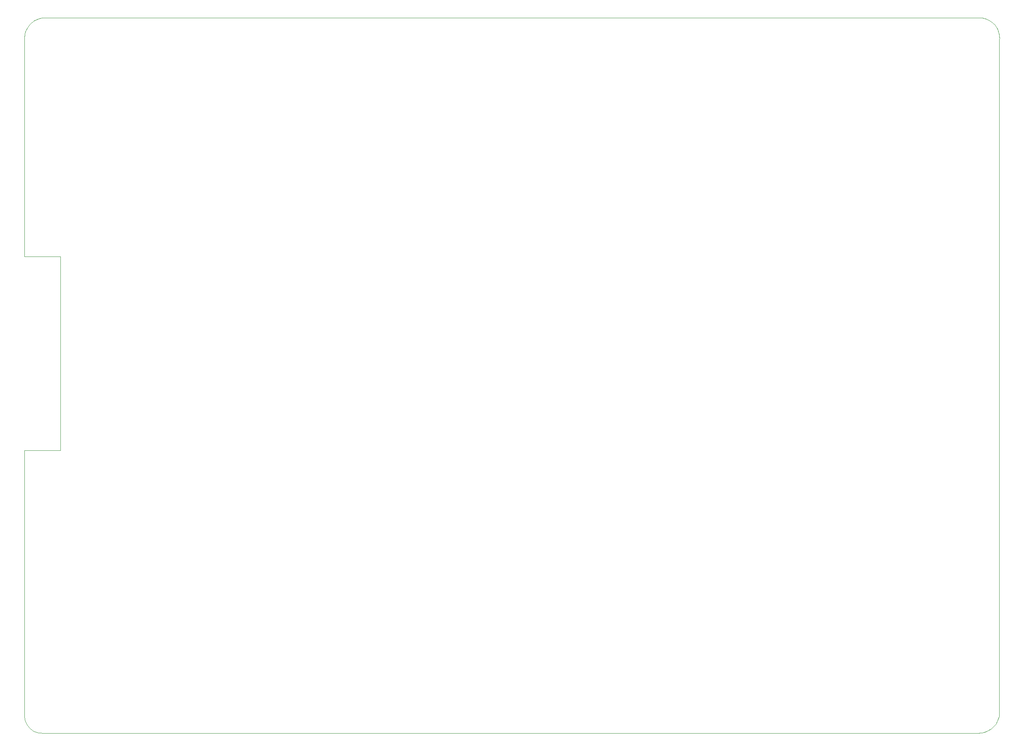
<source format=gbr>
%FSTAX23Y23*%
%MOIN*%
%SFA1B1*%

%IPPOS*%
%ADD322C,0.001000*%
%LNsyncbox_profile-1*%
%LPD*%
G54D322*
X-00003Y00149D02*
D01*
Y00149*
X-00003Y00149*
Y00149*
X-00003Y00149*
Y0015*
Y0243*
D01*
X-00003Y0243*
X-00002Y0243*
X-00002Y0243*
X-00002Y0243*
X-00002Y02431*
X-00002Y02431*
X-00002Y02431*
X-00002Y02431*
X-00002Y02431*
X-00002Y02431*
X-00002Y02432*
X-00002Y02432*
X-00001Y02432*
X-00001Y02432*
X-00001Y02432*
X-00001Y02432*
X-00001Y02432*
X0Y02432*
X0Y02432*
X0Y02432*
X0Y02432*
X0Y02433*
X0Y02433*
X00306*
Y04101*
X0*
D01*
X0Y04101*
X0Y04102*
X0Y04102*
X0Y04102*
X-00001Y04102*
X-00001Y04102*
X-00001Y04102*
X-00001Y04102*
X-00001Y04102*
X-00001Y04102*
X-00002Y04102*
X-00002Y04102*
X-00002Y04103*
X-00002Y04103*
X-00002Y04103*
X-00002Y04103*
X-00002Y04103*
X-00002Y04104*
X-00002Y04104*
X-00002Y04104*
X-00002Y04104*
X-00003Y04104*
X-00003Y04105*
Y05979*
D01*
X-00003Y0598*
X-00003Y0598*
Y05981*
X-00003Y05981*
X-00003Y05982*
Y05995*
D01*
X-00003Y05995*
X-00002Y05995*
X-00002Y05995*
X-00002Y05995*
X-00002Y05996*
X-00002Y05996*
X-00002Y05996*
X-00002Y05996*
X-00002Y05996*
X-00002Y05996*
D01*
X0Y06009*
X00001Y06021*
X00004Y06033*
X00008Y06045*
X00013Y06057*
X00019Y06068*
X00025Y06078*
X00033Y06089*
X0004Y06098*
X00049Y06108*
X00058Y06116*
X00068Y06124*
X00078Y06131*
X00089Y06138*
X001Y06143*
X00112Y06148*
X00123Y06152*
X00135Y06155*
X00148Y06158*
X0016Y06159*
Y06159*
D01*
X0016Y06159*
X0016Y0616*
X00161Y0616*
X00161Y0616*
X00161Y0616*
X00161Y0616*
X00161Y0616*
X00162Y0616*
X00162Y0616*
X00162Y0616*
X08227*
D01*
X08227Y0616*
X08227Y0616*
X08228Y0616*
X08228Y0616*
X08228Y0616*
X08228Y0616*
X08228Y0616*
D01*
X0824Y06158*
X08252Y06156*
X08264Y06153*
X08276Y06149*
X08287Y06144*
X08298Y06139*
X08308Y06132*
X08318Y06125*
X08328Y06118*
X08337Y0611*
X08345Y06101*
X08353Y06091*
X0836Y06081*
X08366Y06071*
X08372Y0606*
X08377Y06049*
X08381Y06037*
X08384Y06025*
X08386Y06013*
X08388Y06001*
X08388Y06*
D01*
X08388Y06*
X08388Y06*
X08388Y05999*
X08388Y05999*
X08388Y05999*
X08388Y05999*
Y05999*
Y05996*
D01*
X08388Y05994*
X08389Y05992*
X08389Y0599*
X08389Y05988*
X08389Y05985*
D01*
X08389Y05983*
X08389Y05981*
X08389Y05979*
X08388Y05977*
X08388Y05974*
Y0017*
D01*
X08388Y0017*
X08388Y0017*
X08388Y0017*
X08388Y00169*
X08388Y00169*
X08388Y00169*
D01*
X08387Y00156*
X08385Y00144*
X08382Y00131*
X08378Y00119*
X08373Y00107*
X08368Y00096*
X08362Y00084*
X08355Y00074*
X08347Y00064*
X08338Y00054*
X08329Y00045*
X0832Y00037*
X08309Y00029*
X08298Y00022*
X08287Y00016*
X08276Y00011*
X08264Y00006*
X08251Y00002*
X08239Y0*
X08226Y-00001*
X08216Y-00002*
D01*
X08215Y-00002*
X08215Y-00002*
X08215Y-00002*
X08215Y-00002*
X08215Y-00003*
X08215Y-00003*
X0821*
D01*
X08208Y-00003*
X08206Y-00003*
X08204*
X08202Y-00003*
X08199Y-00003*
D01*
X08199Y-00003*
X08199*
X08199*
X08199Y-00003*
X08199Y-00003*
X08199Y-00003*
X00149*
D01*
X00139Y-00002*
X00128Y-00001*
X00118Y0*
X00107Y00002*
X00097Y00006*
X00087Y0001*
X00078Y00014*
X00068Y0002*
X00059Y00026*
X00051Y00032*
X00043Y00039*
X00036Y00047*
X00029Y00055*
X00023Y00064*
X00017Y00073*
X00012Y00082*
X00008Y00092*
X00004Y00102*
X00001Y00112*
X0Y00123*
X-00002Y00133*
X-00002Y00144*
X-00003Y00149*
D01*
X-00003Y00149*
Y00149*
Y00149*
X-00003Y00149*
Y00149*
M02*
</source>
